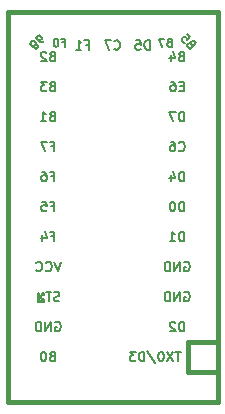
<source format=gbr>
%TF.GenerationSoftware,KiCad,Pcbnew,(5.1.7)-1*%
%TF.CreationDate,2020-10-24T11:29:13-04:00*%
%TF.ProjectId,example-keyboard,6578616d-706c-4652-9d6b-6579626f6172,rev?*%
%TF.SameCoordinates,Original*%
%TF.FileFunction,Legend,Bot*%
%TF.FilePolarity,Positive*%
%FSLAX46Y46*%
G04 Gerber Fmt 4.6, Leading zero omitted, Abs format (unit mm)*
G04 Created by KiCad (PCBNEW (5.1.7)-1) date 2020-10-24 11:29:13*
%MOMM*%
%LPD*%
G01*
G04 APERTURE LIST*
%ADD10C,0.381000*%
%ADD11C,0.150000*%
G04 APERTURE END LIST*
D10*
%TO.C,U1*%
X130810000Y-99060000D02*
X133350000Y-99060000D01*
X115570000Y-101600000D02*
X133350000Y-101600000D01*
X133350000Y-101600000D02*
X133350000Y-68580000D01*
X133350000Y-68580000D02*
X115570000Y-68580000D01*
X115570000Y-68580000D02*
X115570000Y-101600000D01*
D11*
G36*
X118615365Y-93170970D02*
G01*
X118615365Y-93070970D01*
X118115365Y-93070970D01*
X118115365Y-93170970D01*
X118615365Y-93170970D01*
G37*
X118615365Y-93170970D02*
X118615365Y-93070970D01*
X118115365Y-93070970D01*
X118115365Y-93170970D01*
X118615365Y-93170970D01*
G36*
X118615365Y-93170970D02*
G01*
X118615365Y-92870970D01*
X118515365Y-92870970D01*
X118515365Y-93170970D01*
X118615365Y-93170970D01*
G37*
X118615365Y-93170970D02*
X118615365Y-92870970D01*
X118515365Y-92870970D01*
X118515365Y-93170970D01*
X118615365Y-93170970D01*
G36*
X118615365Y-92570970D02*
G01*
X118615365Y-92370970D01*
X118515365Y-92370970D01*
X118515365Y-92570970D01*
X118615365Y-92570970D01*
G37*
X118615365Y-92570970D02*
X118615365Y-92370970D01*
X118515365Y-92370970D01*
X118515365Y-92570970D01*
X118615365Y-92570970D01*
G36*
X118215365Y-93170970D02*
G01*
X118215365Y-92370970D01*
X118115365Y-92370970D01*
X118115365Y-93170970D01*
X118215365Y-93170970D01*
G37*
X118215365Y-93170970D02*
X118215365Y-92370970D01*
X118115365Y-92370970D01*
X118115365Y-93170970D01*
X118215365Y-93170970D01*
G36*
X118415365Y-92770970D02*
G01*
X118415365Y-92670970D01*
X118315365Y-92670970D01*
X118315365Y-92770970D01*
X118415365Y-92770970D01*
G37*
X118415365Y-92770970D02*
X118415365Y-92670970D01*
X118315365Y-92670970D01*
X118315365Y-92770970D01*
X118415365Y-92770970D01*
D10*
X130810000Y-99060000D02*
X130810000Y-96520000D01*
X130810000Y-96520000D02*
X133350000Y-96520000D01*
D11*
X127590476Y-71781904D02*
X127590476Y-70981904D01*
X127400000Y-70981904D01*
X127285714Y-71020000D01*
X127209523Y-71096190D01*
X127171428Y-71172380D01*
X127133333Y-71324761D01*
X127133333Y-71439047D01*
X127171428Y-71591428D01*
X127209523Y-71667619D01*
X127285714Y-71743809D01*
X127400000Y-71781904D01*
X127590476Y-71781904D01*
X126409523Y-70981904D02*
X126790476Y-70981904D01*
X126828571Y-71362857D01*
X126790476Y-71324761D01*
X126714285Y-71286666D01*
X126523809Y-71286666D01*
X126447619Y-71324761D01*
X126409523Y-71362857D01*
X126371428Y-71439047D01*
X126371428Y-71629523D01*
X126409523Y-71705714D01*
X126447619Y-71743809D01*
X126523809Y-71781904D01*
X126714285Y-71781904D01*
X126790476Y-71743809D01*
X126828571Y-71705714D01*
X122186666Y-71362857D02*
X122453333Y-71362857D01*
X122453333Y-71781904D02*
X122453333Y-70981904D01*
X122072380Y-70981904D01*
X121348571Y-71781904D02*
X121805714Y-71781904D01*
X121577142Y-71781904D02*
X121577142Y-70981904D01*
X121653333Y-71096190D01*
X121729523Y-71172380D01*
X121805714Y-71210476D01*
X124593333Y-71705714D02*
X124631428Y-71743809D01*
X124745714Y-71781904D01*
X124821904Y-71781904D01*
X124936190Y-71743809D01*
X125012380Y-71667619D01*
X125050476Y-71591428D01*
X125088571Y-71439047D01*
X125088571Y-71324761D01*
X125050476Y-71172380D01*
X125012380Y-71096190D01*
X124936190Y-71020000D01*
X124821904Y-70981904D01*
X124745714Y-70981904D01*
X124631428Y-71020000D01*
X124593333Y-71058095D01*
X124326666Y-70981904D02*
X123793333Y-70981904D01*
X124136190Y-71781904D01*
X117895008Y-71355702D02*
X117942148Y-71261421D01*
X117942148Y-71214280D01*
X117918578Y-71143570D01*
X117847867Y-71072859D01*
X117777157Y-71049289D01*
X117730016Y-71049289D01*
X117659306Y-71072859D01*
X117470744Y-71261421D01*
X117965719Y-71756396D01*
X118130710Y-71591404D01*
X118154280Y-71520693D01*
X118154280Y-71473553D01*
X118130710Y-71402842D01*
X118083570Y-71355702D01*
X118012859Y-71332132D01*
X117965719Y-71332132D01*
X117895008Y-71355702D01*
X117730016Y-71520693D01*
X118672825Y-71049289D02*
X118578544Y-71143570D01*
X118507834Y-71167140D01*
X118460693Y-71167140D01*
X118342842Y-71143570D01*
X118224991Y-71072859D01*
X118036429Y-70884297D01*
X118012859Y-70813587D01*
X118012859Y-70766446D01*
X118036429Y-70695735D01*
X118130710Y-70601455D01*
X118201421Y-70577884D01*
X118248561Y-70577884D01*
X118319272Y-70601455D01*
X118437123Y-70719306D01*
X118460693Y-70790016D01*
X118460693Y-70837157D01*
X118437123Y-70907867D01*
X118342842Y-71002148D01*
X118272132Y-71025719D01*
X118224991Y-71025719D01*
X118154280Y-71002148D01*
X120193333Y-71170000D02*
X120426666Y-71170000D01*
X120426666Y-71536666D02*
X120426666Y-70836666D01*
X120093333Y-70836666D01*
X119693333Y-70836666D02*
X119626666Y-70836666D01*
X119560000Y-70870000D01*
X119526666Y-70903333D01*
X119493333Y-70970000D01*
X119460000Y-71103333D01*
X119460000Y-71270000D01*
X119493333Y-71403333D01*
X119526666Y-71470000D01*
X119560000Y-71503333D01*
X119626666Y-71536666D01*
X119693333Y-71536666D01*
X119760000Y-71503333D01*
X119793333Y-71470000D01*
X119826666Y-71403333D01*
X119860000Y-71270000D01*
X119860000Y-71103333D01*
X119826666Y-70970000D01*
X119793333Y-70903333D01*
X119760000Y-70870000D01*
X119693333Y-70836666D01*
X129243333Y-71170000D02*
X129143333Y-71203333D01*
X129110000Y-71236666D01*
X129076666Y-71303333D01*
X129076666Y-71403333D01*
X129110000Y-71470000D01*
X129143333Y-71503333D01*
X129210000Y-71536666D01*
X129476666Y-71536666D01*
X129476666Y-70836666D01*
X129243333Y-70836666D01*
X129176666Y-70870000D01*
X129143333Y-70903333D01*
X129110000Y-70970000D01*
X129110000Y-71036666D01*
X129143333Y-71103333D01*
X129176666Y-71136666D01*
X129243333Y-71170000D01*
X129476666Y-71170000D01*
X128843333Y-70836666D02*
X128376666Y-70836666D01*
X128676666Y-71536666D01*
X119953333Y-93053809D02*
X119839047Y-93091904D01*
X119648571Y-93091904D01*
X119572380Y-93053809D01*
X119534285Y-93015714D01*
X119496190Y-92939523D01*
X119496190Y-92863333D01*
X119534285Y-92787142D01*
X119572380Y-92749047D01*
X119648571Y-92710952D01*
X119800952Y-92672857D01*
X119877142Y-92634761D01*
X119915238Y-92596666D01*
X119953333Y-92520476D01*
X119953333Y-92444285D01*
X119915238Y-92368095D01*
X119877142Y-92330000D01*
X119800952Y-92291904D01*
X119610476Y-92291904D01*
X119496190Y-92330000D01*
X119267619Y-92291904D02*
X118810476Y-92291904D01*
X119039047Y-93091904D02*
X119039047Y-92291904D01*
X130222348Y-97351904D02*
X129765205Y-97351904D01*
X129993776Y-98151904D02*
X129993776Y-97351904D01*
X129574729Y-97351904D02*
X129041395Y-98151904D01*
X129041395Y-97351904D02*
X129574729Y-98151904D01*
X128584252Y-97351904D02*
X128508062Y-97351904D01*
X128431872Y-97390000D01*
X128393776Y-97428095D01*
X128355681Y-97504285D01*
X128317586Y-97656666D01*
X128317586Y-97847142D01*
X128355681Y-97999523D01*
X128393776Y-98075714D01*
X128431872Y-98113809D01*
X128508062Y-98151904D01*
X128584252Y-98151904D01*
X128660443Y-98113809D01*
X128698538Y-98075714D01*
X128736633Y-97999523D01*
X128774729Y-97847142D01*
X128774729Y-97656666D01*
X128736633Y-97504285D01*
X128698538Y-97428095D01*
X128660443Y-97390000D01*
X128584252Y-97351904D01*
X127403300Y-97313809D02*
X128089014Y-98342380D01*
X127136633Y-98151904D02*
X127136633Y-97351904D01*
X126946157Y-97351904D01*
X126831872Y-97390000D01*
X126755681Y-97466190D01*
X126717586Y-97542380D01*
X126679491Y-97694761D01*
X126679491Y-97809047D01*
X126717586Y-97961428D01*
X126755681Y-98037619D01*
X126831872Y-98113809D01*
X126946157Y-98151904D01*
X127136633Y-98151904D01*
X126412824Y-97351904D02*
X125917586Y-97351904D01*
X126184252Y-97656666D01*
X126069967Y-97656666D01*
X125993776Y-97694761D01*
X125955681Y-97732857D01*
X125917586Y-97809047D01*
X125917586Y-97999523D01*
X125955681Y-98075714D01*
X125993776Y-98113809D01*
X126069967Y-98151904D01*
X126298538Y-98151904D01*
X126374729Y-98113809D01*
X126412824Y-98075714D01*
X119322809Y-72332857D02*
X119208523Y-72370952D01*
X119170428Y-72409047D01*
X119132333Y-72485238D01*
X119132333Y-72599523D01*
X119170428Y-72675714D01*
X119208523Y-72713809D01*
X119284714Y-72751904D01*
X119589476Y-72751904D01*
X119589476Y-71951904D01*
X119322809Y-71951904D01*
X119246619Y-71990000D01*
X119208523Y-72028095D01*
X119170428Y-72104285D01*
X119170428Y-72180476D01*
X119208523Y-72256666D01*
X119246619Y-72294761D01*
X119322809Y-72332857D01*
X119589476Y-72332857D01*
X118827571Y-72028095D02*
X118789476Y-71990000D01*
X118713285Y-71951904D01*
X118522809Y-71951904D01*
X118446619Y-71990000D01*
X118408523Y-72028095D01*
X118370428Y-72104285D01*
X118370428Y-72180476D01*
X118408523Y-72294761D01*
X118865666Y-72751904D01*
X118370428Y-72751904D01*
X119265666Y-79952857D02*
X119532333Y-79952857D01*
X119532333Y-80371904D02*
X119532333Y-79571904D01*
X119151380Y-79571904D01*
X118922809Y-79571904D02*
X118389476Y-79571904D01*
X118732333Y-80371904D01*
X119265666Y-82492857D02*
X119532333Y-82492857D01*
X119532333Y-82911904D02*
X119532333Y-82111904D01*
X119151380Y-82111904D01*
X118503761Y-82111904D02*
X118656142Y-82111904D01*
X118732333Y-82150000D01*
X118770428Y-82188095D01*
X118846619Y-82302380D01*
X118884714Y-82454761D01*
X118884714Y-82759523D01*
X118846619Y-82835714D01*
X118808523Y-82873809D01*
X118732333Y-82911904D01*
X118579952Y-82911904D01*
X118503761Y-82873809D01*
X118465666Y-82835714D01*
X118427571Y-82759523D01*
X118427571Y-82569047D01*
X118465666Y-82492857D01*
X118503761Y-82454761D01*
X118579952Y-82416666D01*
X118732333Y-82416666D01*
X118808523Y-82454761D01*
X118846619Y-82492857D01*
X118884714Y-82569047D01*
X119265666Y-85032857D02*
X119532333Y-85032857D01*
X119532333Y-85451904D02*
X119532333Y-84651904D01*
X119151380Y-84651904D01*
X118465666Y-84651904D02*
X118846619Y-84651904D01*
X118884714Y-85032857D01*
X118846619Y-84994761D01*
X118770428Y-84956666D01*
X118579952Y-84956666D01*
X118503761Y-84994761D01*
X118465666Y-85032857D01*
X118427571Y-85109047D01*
X118427571Y-85299523D01*
X118465666Y-85375714D01*
X118503761Y-85413809D01*
X118579952Y-85451904D01*
X118770428Y-85451904D01*
X118846619Y-85413809D01*
X118884714Y-85375714D01*
X119322809Y-97732857D02*
X119208523Y-97770952D01*
X119170428Y-97809047D01*
X119132333Y-97885238D01*
X119132333Y-97999523D01*
X119170428Y-98075714D01*
X119208523Y-98113809D01*
X119284714Y-98151904D01*
X119589476Y-98151904D01*
X119589476Y-97351904D01*
X119322809Y-97351904D01*
X119246619Y-97390000D01*
X119208523Y-97428095D01*
X119170428Y-97504285D01*
X119170428Y-97580476D01*
X119208523Y-97656666D01*
X119246619Y-97694761D01*
X119322809Y-97732857D01*
X119589476Y-97732857D01*
X118637095Y-97351904D02*
X118560904Y-97351904D01*
X118484714Y-97390000D01*
X118446619Y-97428095D01*
X118408523Y-97504285D01*
X118370428Y-97656666D01*
X118370428Y-97847142D01*
X118408523Y-97999523D01*
X118446619Y-98075714D01*
X118484714Y-98113809D01*
X118560904Y-98151904D01*
X118637095Y-98151904D01*
X118713285Y-98113809D01*
X118751380Y-98075714D01*
X118789476Y-97999523D01*
X118827571Y-97847142D01*
X118827571Y-97656666D01*
X118789476Y-97504285D01*
X118751380Y-97428095D01*
X118713285Y-97390000D01*
X118637095Y-97351904D01*
X119608523Y-94850000D02*
X119684714Y-94811904D01*
X119799000Y-94811904D01*
X119913285Y-94850000D01*
X119989476Y-94926190D01*
X120027571Y-95002380D01*
X120065666Y-95154761D01*
X120065666Y-95269047D01*
X120027571Y-95421428D01*
X119989476Y-95497619D01*
X119913285Y-95573809D01*
X119799000Y-95611904D01*
X119722809Y-95611904D01*
X119608523Y-95573809D01*
X119570428Y-95535714D01*
X119570428Y-95269047D01*
X119722809Y-95269047D01*
X119227571Y-95611904D02*
X119227571Y-94811904D01*
X118770428Y-95611904D01*
X118770428Y-94811904D01*
X118389476Y-95611904D02*
X118389476Y-94811904D01*
X118199000Y-94811904D01*
X118084714Y-94850000D01*
X118008523Y-94926190D01*
X117970428Y-95002380D01*
X117932333Y-95154761D01*
X117932333Y-95269047D01*
X117970428Y-95421428D01*
X118008523Y-95497619D01*
X118084714Y-95573809D01*
X118199000Y-95611904D01*
X118389476Y-95611904D01*
X120065666Y-89731904D02*
X119799000Y-90531904D01*
X119532333Y-89731904D01*
X118808523Y-90455714D02*
X118846619Y-90493809D01*
X118960904Y-90531904D01*
X119037095Y-90531904D01*
X119151380Y-90493809D01*
X119227571Y-90417619D01*
X119265666Y-90341428D01*
X119303761Y-90189047D01*
X119303761Y-90074761D01*
X119265666Y-89922380D01*
X119227571Y-89846190D01*
X119151380Y-89770000D01*
X119037095Y-89731904D01*
X118960904Y-89731904D01*
X118846619Y-89770000D01*
X118808523Y-89808095D01*
X118008523Y-90455714D02*
X118046619Y-90493809D01*
X118160904Y-90531904D01*
X118237095Y-90531904D01*
X118351380Y-90493809D01*
X118427571Y-90417619D01*
X118465666Y-90341428D01*
X118503761Y-90189047D01*
X118503761Y-90074761D01*
X118465666Y-89922380D01*
X118427571Y-89846190D01*
X118351380Y-89770000D01*
X118237095Y-89731904D01*
X118160904Y-89731904D01*
X118046619Y-89770000D01*
X118008523Y-89808095D01*
X119265666Y-87572857D02*
X119532333Y-87572857D01*
X119532333Y-87991904D02*
X119532333Y-87191904D01*
X119151380Y-87191904D01*
X118503761Y-87458571D02*
X118503761Y-87991904D01*
X118694238Y-87153809D02*
X118884714Y-87725238D01*
X118389476Y-87725238D01*
X119322809Y-77412857D02*
X119208523Y-77450952D01*
X119170428Y-77489047D01*
X119132333Y-77565238D01*
X119132333Y-77679523D01*
X119170428Y-77755714D01*
X119208523Y-77793809D01*
X119284714Y-77831904D01*
X119589476Y-77831904D01*
X119589476Y-77031904D01*
X119322809Y-77031904D01*
X119246619Y-77070000D01*
X119208523Y-77108095D01*
X119170428Y-77184285D01*
X119170428Y-77260476D01*
X119208523Y-77336666D01*
X119246619Y-77374761D01*
X119322809Y-77412857D01*
X119589476Y-77412857D01*
X118370428Y-77831904D02*
X118827571Y-77831904D01*
X118599000Y-77831904D02*
X118599000Y-77031904D01*
X118675190Y-77146190D01*
X118751380Y-77222380D01*
X118827571Y-77260476D01*
X119322809Y-74872857D02*
X119208523Y-74910952D01*
X119170428Y-74949047D01*
X119132333Y-75025238D01*
X119132333Y-75139523D01*
X119170428Y-75215714D01*
X119208523Y-75253809D01*
X119284714Y-75291904D01*
X119589476Y-75291904D01*
X119589476Y-74491904D01*
X119322809Y-74491904D01*
X119246619Y-74530000D01*
X119208523Y-74568095D01*
X119170428Y-74644285D01*
X119170428Y-74720476D01*
X119208523Y-74796666D01*
X119246619Y-74834761D01*
X119322809Y-74872857D01*
X119589476Y-74872857D01*
X118865666Y-74491904D02*
X118370428Y-74491904D01*
X118637095Y-74796666D01*
X118522809Y-74796666D01*
X118446619Y-74834761D01*
X118408523Y-74872857D01*
X118370428Y-74949047D01*
X118370428Y-75139523D01*
X118408523Y-75215714D01*
X118446619Y-75253809D01*
X118522809Y-75291904D01*
X118751380Y-75291904D01*
X118827571Y-75253809D01*
X118865666Y-75215714D01*
X131095702Y-71284991D02*
X131001421Y-71237851D01*
X130954280Y-71237851D01*
X130883570Y-71261421D01*
X130812859Y-71332132D01*
X130789289Y-71402842D01*
X130789289Y-71449983D01*
X130812859Y-71520693D01*
X131001421Y-71709255D01*
X131496396Y-71214280D01*
X131331404Y-71049289D01*
X131260693Y-71025719D01*
X131213553Y-71025719D01*
X131142842Y-71049289D01*
X131095702Y-71096429D01*
X131072132Y-71167140D01*
X131072132Y-71214280D01*
X131095702Y-71284991D01*
X131260693Y-71449983D01*
X130765719Y-70483603D02*
X131001421Y-70719306D01*
X130789289Y-70978578D01*
X130789289Y-70931438D01*
X130765719Y-70860727D01*
X130647867Y-70742876D01*
X130577157Y-70719306D01*
X130530016Y-70719306D01*
X130459306Y-70742876D01*
X130341455Y-70860727D01*
X130317884Y-70931438D01*
X130317884Y-70978578D01*
X130341455Y-71049289D01*
X130459306Y-71167140D01*
X130530016Y-71190710D01*
X130577157Y-71190710D01*
X130244809Y-72332857D02*
X130130523Y-72370952D01*
X130092428Y-72409047D01*
X130054333Y-72485238D01*
X130054333Y-72599523D01*
X130092428Y-72675714D01*
X130130523Y-72713809D01*
X130206714Y-72751904D01*
X130511476Y-72751904D01*
X130511476Y-71951904D01*
X130244809Y-71951904D01*
X130168619Y-71990000D01*
X130130523Y-72028095D01*
X130092428Y-72104285D01*
X130092428Y-72180476D01*
X130130523Y-72256666D01*
X130168619Y-72294761D01*
X130244809Y-72332857D01*
X130511476Y-72332857D01*
X129368619Y-72218571D02*
X129368619Y-72751904D01*
X129559095Y-71913809D02*
X129749571Y-72485238D01*
X129254333Y-72485238D01*
X130473380Y-74872857D02*
X130206714Y-74872857D01*
X130092428Y-75291904D02*
X130473380Y-75291904D01*
X130473380Y-74491904D01*
X130092428Y-74491904D01*
X129406714Y-74491904D02*
X129559095Y-74491904D01*
X129635285Y-74530000D01*
X129673380Y-74568095D01*
X129749571Y-74682380D01*
X129787666Y-74834761D01*
X129787666Y-75139523D01*
X129749571Y-75215714D01*
X129711476Y-75253809D01*
X129635285Y-75291904D01*
X129482904Y-75291904D01*
X129406714Y-75253809D01*
X129368619Y-75215714D01*
X129330523Y-75139523D01*
X129330523Y-74949047D01*
X129368619Y-74872857D01*
X129406714Y-74834761D01*
X129482904Y-74796666D01*
X129635285Y-74796666D01*
X129711476Y-74834761D01*
X129749571Y-74872857D01*
X129787666Y-74949047D01*
X130511476Y-77831904D02*
X130511476Y-77031904D01*
X130321000Y-77031904D01*
X130206714Y-77070000D01*
X130130523Y-77146190D01*
X130092428Y-77222380D01*
X130054333Y-77374761D01*
X130054333Y-77489047D01*
X130092428Y-77641428D01*
X130130523Y-77717619D01*
X130206714Y-77793809D01*
X130321000Y-77831904D01*
X130511476Y-77831904D01*
X129787666Y-77031904D02*
X129254333Y-77031904D01*
X129597190Y-77831904D01*
X130054333Y-80295714D02*
X130092428Y-80333809D01*
X130206714Y-80371904D01*
X130282904Y-80371904D01*
X130397190Y-80333809D01*
X130473380Y-80257619D01*
X130511476Y-80181428D01*
X130549571Y-80029047D01*
X130549571Y-79914761D01*
X130511476Y-79762380D01*
X130473380Y-79686190D01*
X130397190Y-79610000D01*
X130282904Y-79571904D01*
X130206714Y-79571904D01*
X130092428Y-79610000D01*
X130054333Y-79648095D01*
X129368619Y-79571904D02*
X129521000Y-79571904D01*
X129597190Y-79610000D01*
X129635285Y-79648095D01*
X129711476Y-79762380D01*
X129749571Y-79914761D01*
X129749571Y-80219523D01*
X129711476Y-80295714D01*
X129673380Y-80333809D01*
X129597190Y-80371904D01*
X129444809Y-80371904D01*
X129368619Y-80333809D01*
X129330523Y-80295714D01*
X129292428Y-80219523D01*
X129292428Y-80029047D01*
X129330523Y-79952857D01*
X129368619Y-79914761D01*
X129444809Y-79876666D01*
X129597190Y-79876666D01*
X129673380Y-79914761D01*
X129711476Y-79952857D01*
X129749571Y-80029047D01*
X130511476Y-82911904D02*
X130511476Y-82111904D01*
X130321000Y-82111904D01*
X130206714Y-82150000D01*
X130130523Y-82226190D01*
X130092428Y-82302380D01*
X130054333Y-82454761D01*
X130054333Y-82569047D01*
X130092428Y-82721428D01*
X130130523Y-82797619D01*
X130206714Y-82873809D01*
X130321000Y-82911904D01*
X130511476Y-82911904D01*
X129368619Y-82378571D02*
X129368619Y-82911904D01*
X129559095Y-82073809D02*
X129749571Y-82645238D01*
X129254333Y-82645238D01*
X130530523Y-92310000D02*
X130606714Y-92271904D01*
X130721000Y-92271904D01*
X130835285Y-92310000D01*
X130911476Y-92386190D01*
X130949571Y-92462380D01*
X130987666Y-92614761D01*
X130987666Y-92729047D01*
X130949571Y-92881428D01*
X130911476Y-92957619D01*
X130835285Y-93033809D01*
X130721000Y-93071904D01*
X130644809Y-93071904D01*
X130530523Y-93033809D01*
X130492428Y-92995714D01*
X130492428Y-92729047D01*
X130644809Y-92729047D01*
X130149571Y-93071904D02*
X130149571Y-92271904D01*
X129692428Y-93071904D01*
X129692428Y-92271904D01*
X129311476Y-93071904D02*
X129311476Y-92271904D01*
X129121000Y-92271904D01*
X129006714Y-92310000D01*
X128930523Y-92386190D01*
X128892428Y-92462380D01*
X128854333Y-92614761D01*
X128854333Y-92729047D01*
X128892428Y-92881428D01*
X128930523Y-92957619D01*
X129006714Y-93033809D01*
X129121000Y-93071904D01*
X129311476Y-93071904D01*
X130530523Y-89770000D02*
X130606714Y-89731904D01*
X130721000Y-89731904D01*
X130835285Y-89770000D01*
X130911476Y-89846190D01*
X130949571Y-89922380D01*
X130987666Y-90074761D01*
X130987666Y-90189047D01*
X130949571Y-90341428D01*
X130911476Y-90417619D01*
X130835285Y-90493809D01*
X130721000Y-90531904D01*
X130644809Y-90531904D01*
X130530523Y-90493809D01*
X130492428Y-90455714D01*
X130492428Y-90189047D01*
X130644809Y-90189047D01*
X130149571Y-90531904D02*
X130149571Y-89731904D01*
X129692428Y-90531904D01*
X129692428Y-89731904D01*
X129311476Y-90531904D02*
X129311476Y-89731904D01*
X129121000Y-89731904D01*
X129006714Y-89770000D01*
X128930523Y-89846190D01*
X128892428Y-89922380D01*
X128854333Y-90074761D01*
X128854333Y-90189047D01*
X128892428Y-90341428D01*
X128930523Y-90417619D01*
X129006714Y-90493809D01*
X129121000Y-90531904D01*
X129311476Y-90531904D01*
X130511476Y-87991904D02*
X130511476Y-87191904D01*
X130321000Y-87191904D01*
X130206714Y-87230000D01*
X130130523Y-87306190D01*
X130092428Y-87382380D01*
X130054333Y-87534761D01*
X130054333Y-87649047D01*
X130092428Y-87801428D01*
X130130523Y-87877619D01*
X130206714Y-87953809D01*
X130321000Y-87991904D01*
X130511476Y-87991904D01*
X129292428Y-87991904D02*
X129749571Y-87991904D01*
X129521000Y-87991904D02*
X129521000Y-87191904D01*
X129597190Y-87306190D01*
X129673380Y-87382380D01*
X129749571Y-87420476D01*
X130511476Y-85451904D02*
X130511476Y-84651904D01*
X130321000Y-84651904D01*
X130206714Y-84690000D01*
X130130523Y-84766190D01*
X130092428Y-84842380D01*
X130054333Y-84994761D01*
X130054333Y-85109047D01*
X130092428Y-85261428D01*
X130130523Y-85337619D01*
X130206714Y-85413809D01*
X130321000Y-85451904D01*
X130511476Y-85451904D01*
X129559095Y-84651904D02*
X129482904Y-84651904D01*
X129406714Y-84690000D01*
X129368619Y-84728095D01*
X129330523Y-84804285D01*
X129292428Y-84956666D01*
X129292428Y-85147142D01*
X129330523Y-85299523D01*
X129368619Y-85375714D01*
X129406714Y-85413809D01*
X129482904Y-85451904D01*
X129559095Y-85451904D01*
X129635285Y-85413809D01*
X129673380Y-85375714D01*
X129711476Y-85299523D01*
X129749571Y-85147142D01*
X129749571Y-84956666D01*
X129711476Y-84804285D01*
X129673380Y-84728095D01*
X129635285Y-84690000D01*
X129559095Y-84651904D01*
X130511476Y-95611904D02*
X130511476Y-94811904D01*
X130321000Y-94811904D01*
X130206714Y-94850000D01*
X130130523Y-94926190D01*
X130092428Y-95002380D01*
X130054333Y-95154761D01*
X130054333Y-95269047D01*
X130092428Y-95421428D01*
X130130523Y-95497619D01*
X130206714Y-95573809D01*
X130321000Y-95611904D01*
X130511476Y-95611904D01*
X129749571Y-94888095D02*
X129711476Y-94850000D01*
X129635285Y-94811904D01*
X129444809Y-94811904D01*
X129368619Y-94850000D01*
X129330523Y-94888095D01*
X129292428Y-94964285D01*
X129292428Y-95040476D01*
X129330523Y-95154761D01*
X129787666Y-95611904D01*
X129292428Y-95611904D01*
%TD*%
M02*

</source>
